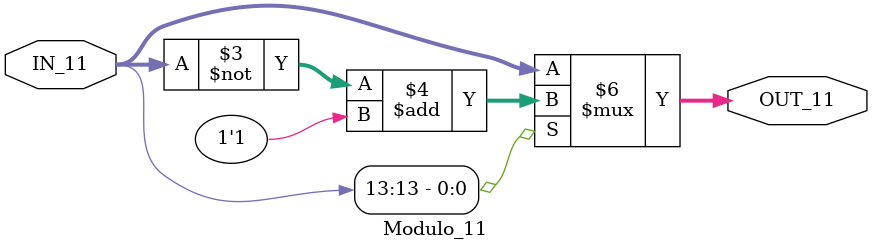
<source format=sv>
`timescale 1ns / 1ps


module Modulo_11(
  input [13:0] IN_11,
  output reg [13:0] OUT_11
);

  always_comb begin
    if (IN_11[13] == 1'b1) begin
      OUT_11 = ~IN_11[13:0] + 1'b1;
    end else begin
      OUT_11 = IN_11;
    end
  end
  
endmodule

</source>
